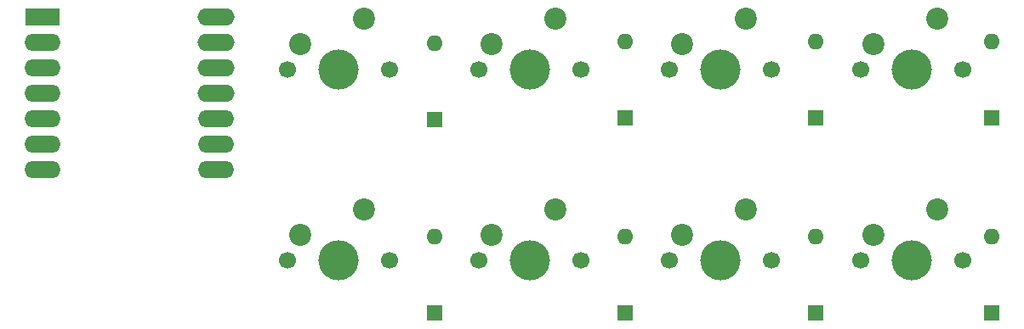
<source format=gts>
G04 #@! TF.GenerationSoftware,KiCad,Pcbnew,9.0.7*
G04 #@! TF.CreationDate,2026-02-18T19:16:35+11:00*
G04 #@! TF.ProjectId,noahs-macropad,6e6f6168-732d-46d6-9163-726f7061642e,rev?*
G04 #@! TF.SameCoordinates,Original*
G04 #@! TF.FileFunction,Soldermask,Top*
G04 #@! TF.FilePolarity,Negative*
%FSLAX46Y46*%
G04 Gerber Fmt 4.6, Leading zero omitted, Abs format (unit mm)*
G04 Created by KiCad (PCBNEW 9.0.7) date 2026-02-18 19:16:35*
%MOMM*%
%LPD*%
G01*
G04 APERTURE LIST*
%ADD10R,1.600000X1.600000*%
%ADD11O,1.600000X1.600000*%
%ADD12C,1.700000*%
%ADD13C,4.000000*%
%ADD14C,2.200000*%
%ADD15R,3.500000X1.700000*%
%ADD16O,3.600000X1.700000*%
%ADD17O,3.700000X1.700000*%
G04 APERTURE END LIST*
D10*
X69000000Y-114500000D03*
D11*
X69000000Y-106880000D03*
D12*
X54420000Y-109500000D03*
D13*
X59500000Y-109500000D03*
D12*
X64580000Y-109500000D03*
D14*
X62040000Y-104420000D03*
X55690000Y-106960000D03*
D10*
X88000000Y-133810000D03*
D11*
X88000000Y-126190000D03*
D10*
X107000000Y-133810000D03*
D11*
X107000000Y-126190000D03*
D15*
X30000000Y-104201000D03*
D16*
X30000000Y-106741000D03*
X30000000Y-109281000D03*
X30000000Y-111821000D03*
X30000000Y-114361000D03*
X30000000Y-116901000D03*
X30000000Y-119441000D03*
X47250000Y-119441000D03*
X47250000Y-116901000D03*
X47250000Y-114361000D03*
D17*
X47250000Y-111821000D03*
X47250000Y-109281000D03*
X47250000Y-106741000D03*
X47250000Y-104201000D03*
D10*
X69000000Y-133810000D03*
D11*
X69000000Y-126190000D03*
D10*
X88000000Y-114310000D03*
D11*
X88000000Y-106690000D03*
D12*
X73420000Y-128500000D03*
D13*
X78500000Y-128500000D03*
D12*
X83580000Y-128500000D03*
D14*
X81040000Y-123420000D03*
X74690000Y-125960000D03*
D12*
X111420000Y-128500000D03*
D13*
X116500000Y-128500000D03*
D12*
X121580000Y-128500000D03*
D14*
X119040000Y-123420000D03*
X112690000Y-125960000D03*
D12*
X92420000Y-128500000D03*
D13*
X97500000Y-128500000D03*
D12*
X102580000Y-128500000D03*
D14*
X100040000Y-123420000D03*
X93690000Y-125960000D03*
D10*
X124500000Y-114310000D03*
D11*
X124500000Y-106690000D03*
D10*
X124500000Y-133810000D03*
D11*
X124500000Y-126190000D03*
D12*
X92420000Y-109500000D03*
D13*
X97500000Y-109500000D03*
D12*
X102580000Y-109500000D03*
D14*
X100040000Y-104420000D03*
X93690000Y-106960000D03*
D12*
X73420000Y-109500000D03*
D13*
X78500000Y-109500000D03*
D12*
X83580000Y-109500000D03*
D14*
X81040000Y-104420000D03*
X74690000Y-106960000D03*
D12*
X111420000Y-109500000D03*
D13*
X116500000Y-109500000D03*
D12*
X121580000Y-109500000D03*
D14*
X119040000Y-104420000D03*
X112690000Y-106960000D03*
D12*
X54420000Y-128500000D03*
D13*
X59500000Y-128500000D03*
D12*
X64580000Y-128500000D03*
D14*
X62040000Y-123420000D03*
X55690000Y-125960000D03*
D10*
X107000000Y-114310000D03*
D11*
X107000000Y-106690000D03*
M02*

</source>
